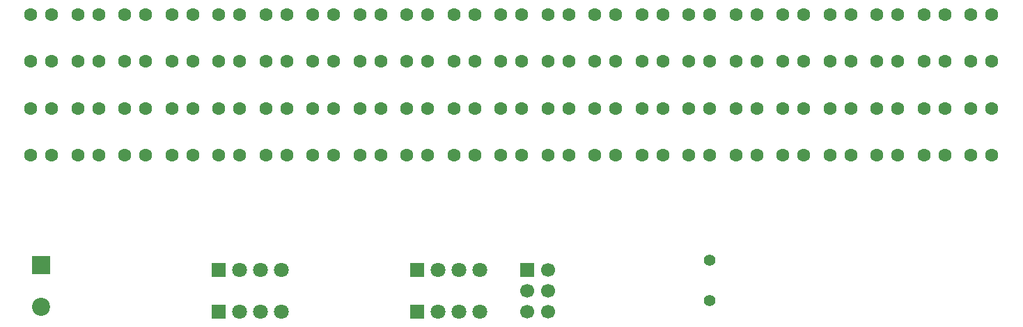
<source format=gbs>
%FSLAX34Y34*%
G04 Gerber Fmt 3.4, Leading zero omitted, Abs format*
G04 (created by PCBNEW (2014-03-18 BZR 4754)-product) date Tue 01 Apr 2014 06:21:33 PM CDT*
%MOIN*%
G01*
G70*
G90*
G04 APERTURE LIST*
%ADD10C,0.006000*%
%ADD11R,0.070866X0.070866*%
%ADD12C,0.070866*%
%ADD13R,0.086614X0.086614*%
%ADD14C,0.086614*%
%ADD15C,0.062992*%
%ADD16R,0.066929X0.066929*%
%ADD17C,0.066929*%
%ADD18C,0.055118*%
G04 APERTURE END LIST*
G54D10*
G54D11*
X71500Y-45500D03*
G54D12*
X72500Y-45500D03*
X73500Y-45500D03*
X74500Y-45500D03*
G54D11*
X71500Y-43500D03*
G54D12*
X72500Y-43500D03*
X73500Y-43500D03*
X74500Y-43500D03*
G54D11*
X62000Y-43500D03*
G54D12*
X63000Y-43500D03*
X64000Y-43500D03*
X65000Y-43500D03*
G54D11*
X62000Y-45500D03*
G54D12*
X63000Y-45500D03*
X64000Y-45500D03*
X65000Y-45500D03*
G54D13*
X53500Y-43250D03*
G54D14*
X53500Y-45250D03*
G54D15*
X53000Y-31250D03*
X54000Y-31250D03*
X53000Y-33500D03*
X54000Y-33500D03*
X53000Y-35750D03*
X54000Y-35750D03*
X53000Y-38000D03*
X54000Y-38000D03*
X98000Y-31250D03*
X99000Y-31250D03*
X98000Y-33500D03*
X99000Y-33500D03*
X98000Y-35750D03*
X99000Y-35750D03*
X98000Y-38000D03*
X99000Y-38000D03*
X55250Y-31250D03*
X56250Y-31250D03*
X55250Y-33500D03*
X56250Y-33500D03*
X55250Y-35750D03*
X56250Y-35750D03*
X55250Y-38000D03*
X56250Y-38000D03*
X95750Y-31250D03*
X96750Y-31250D03*
X95750Y-33500D03*
X96750Y-33500D03*
X95750Y-35750D03*
X96750Y-35750D03*
X95750Y-38000D03*
X96750Y-38000D03*
X57500Y-31250D03*
X58500Y-31250D03*
X57500Y-33500D03*
X58500Y-33500D03*
X57500Y-35750D03*
X58500Y-35750D03*
X57500Y-38000D03*
X58500Y-38000D03*
X93500Y-31250D03*
X94500Y-31250D03*
X93500Y-33500D03*
X94500Y-33500D03*
X93500Y-35750D03*
X94500Y-35750D03*
X93500Y-38000D03*
X94500Y-38000D03*
X59750Y-31250D03*
X60750Y-31250D03*
X59750Y-33500D03*
X60750Y-33500D03*
X59750Y-35750D03*
X60750Y-35750D03*
X59750Y-38000D03*
X60750Y-38000D03*
X91250Y-31250D03*
X92250Y-31250D03*
X91250Y-33500D03*
X92250Y-33500D03*
X91250Y-35750D03*
X92250Y-35750D03*
X91250Y-38000D03*
X92250Y-38000D03*
X62000Y-31250D03*
X63000Y-31250D03*
X62000Y-33500D03*
X63000Y-33500D03*
X62000Y-35750D03*
X63000Y-35750D03*
X62000Y-38000D03*
X63000Y-38000D03*
X89000Y-31250D03*
X90000Y-31250D03*
X89000Y-33500D03*
X90000Y-33500D03*
X89000Y-35750D03*
X90000Y-35750D03*
X89000Y-38000D03*
X90000Y-38000D03*
X64250Y-31250D03*
X65250Y-31250D03*
X64250Y-33500D03*
X65250Y-33500D03*
X64250Y-35750D03*
X65250Y-35750D03*
X64250Y-38000D03*
X65250Y-38000D03*
X86750Y-31250D03*
X87750Y-31250D03*
X86750Y-33500D03*
X87750Y-33500D03*
X86750Y-35750D03*
X87750Y-35750D03*
X86750Y-38000D03*
X87750Y-38000D03*
X66500Y-31250D03*
X67500Y-31250D03*
X66500Y-33500D03*
X67500Y-33500D03*
X66500Y-35750D03*
X67500Y-35750D03*
X66500Y-38000D03*
X67500Y-38000D03*
X84500Y-31250D03*
X85500Y-31250D03*
X84500Y-33500D03*
X85500Y-33500D03*
X84500Y-35750D03*
X85500Y-35750D03*
X84500Y-38000D03*
X85500Y-38000D03*
X68750Y-31250D03*
X69750Y-31250D03*
X68750Y-33500D03*
X69750Y-33500D03*
X68750Y-35750D03*
X69750Y-35750D03*
X68750Y-38000D03*
X69750Y-38000D03*
X82250Y-31250D03*
X83250Y-31250D03*
X82250Y-33500D03*
X83250Y-33500D03*
X82250Y-35750D03*
X83250Y-35750D03*
X82250Y-38000D03*
X83250Y-38000D03*
X71000Y-31250D03*
X72000Y-31250D03*
X71000Y-33500D03*
X72000Y-33500D03*
X71000Y-35750D03*
X72000Y-35750D03*
X71000Y-38000D03*
X72000Y-38000D03*
X80000Y-31250D03*
X81000Y-31250D03*
X80000Y-33500D03*
X81000Y-33500D03*
X80000Y-35750D03*
X81000Y-35750D03*
X80000Y-38000D03*
X81000Y-38000D03*
X73250Y-31250D03*
X74250Y-31250D03*
X73250Y-33500D03*
X74250Y-33500D03*
X73250Y-35750D03*
X74250Y-35750D03*
X73250Y-38000D03*
X74250Y-38000D03*
X77750Y-31250D03*
X78750Y-31250D03*
X77750Y-33500D03*
X78750Y-33500D03*
X77750Y-35750D03*
X78750Y-35750D03*
X77750Y-38000D03*
X78750Y-38000D03*
X75500Y-31250D03*
X76500Y-31250D03*
X75500Y-33500D03*
X76500Y-33500D03*
X75500Y-35750D03*
X76500Y-35750D03*
X75500Y-38000D03*
X76500Y-38000D03*
G54D16*
X76750Y-43500D03*
G54D17*
X77750Y-43500D03*
X76750Y-44500D03*
X77750Y-44500D03*
X76750Y-45500D03*
X77750Y-45500D03*
G54D18*
X85500Y-44960D03*
X85500Y-43039D03*
M02*

</source>
